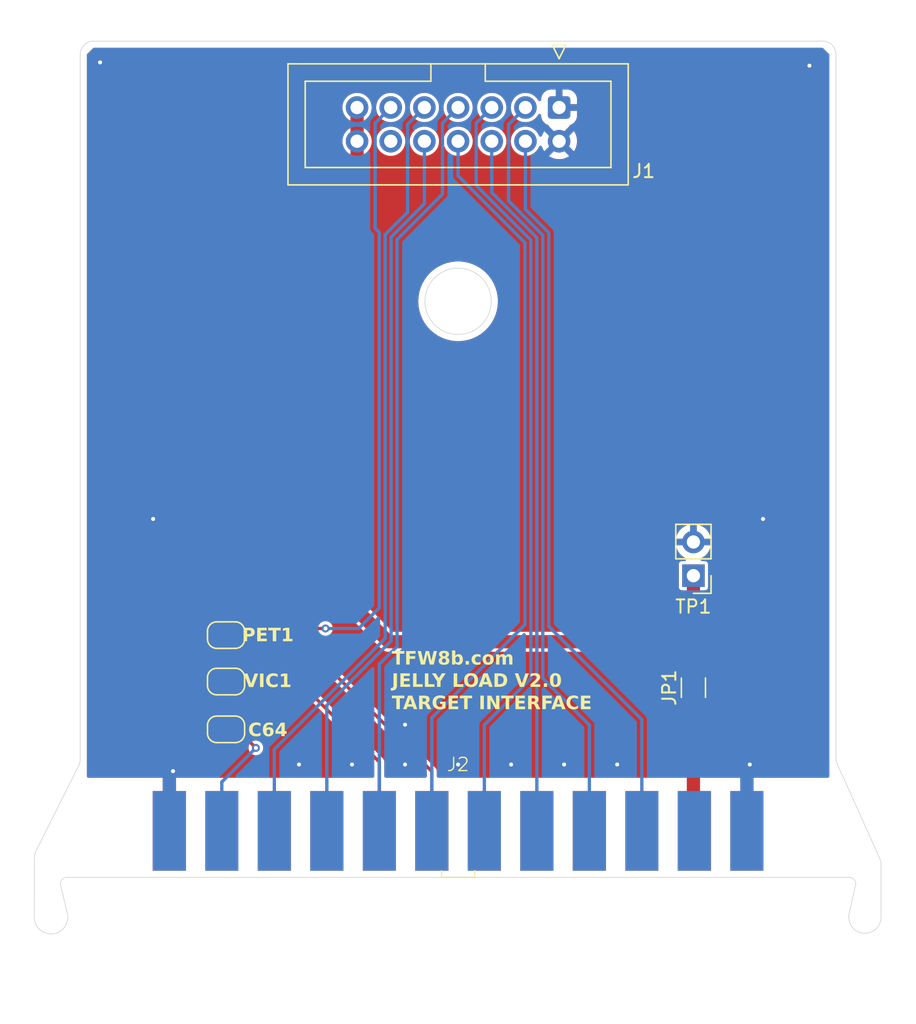
<source format=kicad_pcb>
(kicad_pcb (version 20240108) (generator "pcbnew") (generator_version "8.0")
  (layers (0 "F.Cu" signal) (31 "B.Cu" signal) (34 "B.Paste" user) (35 "F.Paste" user) (36 "B.SilkS" user "B.Silkscreen") (37 "F.SilkS" user "F.Silkscreen") (38 "B.Mask" user) (39 "F.Mask" user) (44 "Edge.Cuts" user))
  (net 0 "")
  (net 1 "/CK")
  (net 2 "/C64")
  (net 3 "/D6")
  (net 4 "/D4")
  (net 5 "/D1")
  (net 6 "/D2")
  (net 7 "/D5")
  (net 9 "/D3")
  (net 10 "/D7")
  (net 11 "VCC")
  (net 12 "GND")
  (net 13 "/D0")
  (net 14 "/PET")
  (net 16 "/VIC")
  (footprint "Jumper:SolderJumper-2_P1.3mm_Open_RoundedPad1.0x1.5mm" (layer "F.Cu") (at 133.3 103.75)
    (property "Reference" "PET1" (at 3.15 0.05 0) (layer "F.SilkS") (effects (font (thickness 0.2) (bold yes))))
    (property "Value" "BLOB")
    (fp_line (start -1.4 0.3) (end -1.4 -0.3) (stroke (width 0.12)) (layer "F.SilkS"))
    (fp_line (start -0.7 -1) (end 0.7 -1) (stroke (width 0.12)) (layer "F.SilkS"))
    (fp_line (start 0.7 1) (end -0.7 1) (stroke (width 0.12)) (layer "F.SilkS"))
    (fp_line (start 1.4 -0.3) (end 1.4 0.3) (stroke (width 0.12)) (layer "F.SilkS"))
    (fp_arc (start -1.4 -0.3) (mid -1.194975 -0.794975) (end -0.7 -1) (stroke (width 0.12)) (layer "F.SilkS"))
    (fp_arc (start -0.7 1) (mid -1.194975 0.794975) (end -1.4 0.3) (stroke (width 0.12)) (layer "F.SilkS"))
    (fp_arc (start 0.7 -1) (mid 1.194975 -0.794975) (end 1.4 -0.3) (stroke (width 0.12)) (layer "F.SilkS"))
    (fp_arc (start 1.4 0.3) (mid 1.194975 0.794975) (end 0.7 1) (stroke (width 0.12)) (layer "F.SilkS"))
    (pad "1" smd custom (at -0.65 0) (size 1 0.5) (layers "F.Cu" "F.Mask") (net 1 "/CK") (options (clearance outline) (anchor rect)) (primitives (gr_circle (center 0 0.25) (end 0.5 0.25) (width 0) (fill yes)) (gr_circle (center 0 -0.25) (end 0.5 -0.25) (width 0) (fill yes)) (gr_poly (pts (xy 0.5 0.75) (xy 0 0.75) (xy 0 -0.75) (xy 0.5 -0.75)) (width 0) (fill yes))))
    (pad "2" smd custom (at 0.65 0) (size 1 0.5) (layers "F.Cu" "F.Mask") (net 14 "/PET") (options (clearance outline) (anchor rect)) (primitives (gr_circle (center 0 0.25) (end 0.5 0.25) (width 0) (fill yes)) (gr_circle (center 0 -0.25) (end 0.5 -0.25) (width 0) (fill yes)) (gr_poly (pts (xy 0 0.75) (xy -0.5 0.75) (xy -0.5 -0.75) (xy 0 -0.75)) (width 0) (fill yes))))
  )
  (footprint "Jumper:SolderJumper-2_P1.3mm_Open_RoundedPad1.0x1.5mm" (layer "F.Cu") (at 133.3 110.85)
    (property "Reference" "C64" (at 3.15 0.1 0) (layer "F.SilkS") (effects (font (thickness 0.2) (bold yes))))
    (property "Value" "BLOB")
    (fp_line (start -1.4 0.3) (end -1.4 -0.3) (stroke (width 0.12)) (layer "F.SilkS"))
    (fp_line (start -0.7 -1) (end 0.7 -1) (stroke (width 0.12)) (layer "F.SilkS"))
    (fp_line (start 0.7 1) (end -0.7 1) (stroke (width 0.12)) (layer "F.SilkS"))
    (fp_line (start 1.4 -0.3) (end 1.4 0.3) (stroke (width 0.12)) (layer "F.SilkS"))
    (fp_arc (start -1.4 -0.3) (mid -1.194975 -0.794975) (end -0.7 -1) (stroke (width 0.12)) (layer "F.SilkS"))
    (fp_arc (start -0.7 1) (mid -1.194975 0.794975) (end -1.4 0.3) (stroke (width 0.12)) (layer "F.SilkS"))
    (fp_arc (start 0.7 -1) (mid 1.194975 -0.794975) (end 1.4 -0.3) (stroke (width 0.12)) (layer "F.SilkS"))
    (fp_arc (start 1.4 0.3) (mid 1.194975 0.794975) (end 0.7 1) (stroke (width 0.12)) (layer "F.SilkS"))
    (pad "1" smd custom (at -0.65 0) (size 1 0.5) (layers "F.Cu" "F.Mask") (net 1 "/CK") (options (clearance outline) (anchor rect)) (primitives (gr_circle (center 0 0.25) (end 0.5 0.25) (width 0) (fill yes)) (gr_circle (center 0 -0.25) (end 0.5 -0.25) (width 0) (fill yes)) (gr_poly (pts (xy 0.5 0.75) (xy 0 0.75) (xy 0 -0.75) (xy 0.5 -0.75)) (width 0) (fill yes))))
    (pad "2" smd custom (at 0.65 0) (size 1 0.5) (layers "F.Cu" "F.Mask") (net 2 "/C64") (options (clearance outline) (anchor rect)) (primitives (gr_circle (center 0 0.25) (end 0.5 0.25) (width 0) (fill yes)) (gr_circle (center 0 -0.25) (end 0.5 -0.25) (width 0) (fill yes)) (gr_poly (pts (xy 0 0.75) (xy -0.5 0.75) (xy -0.5 -0.75) (xy 0 -0.75)) (width 0) (fill yes))))
  )
  (footprint "Jumper:SolderJumper-2_P1.3mm_Open_RoundedPad1.0x1.5mm" (layer "F.Cu") (at 133.3 107.25)
    (property "Reference" "VIC1" (at 3.15 0 0) (layer "F.SilkS") (effects (font (thickness 0.2) (bold yes))))
    (property "Value" "BLOB")
    (fp_line (start -1.4 0.3) (end -1.4 -0.3) (stroke (width 0.12)) (layer "F.SilkS"))
    (fp_line (start -0.7 -1) (end 0.7 -1) (stroke (width 0.12)) (layer "F.SilkS"))
    (fp_line (start 0.7 1) (end -0.7 1) (stroke (width 0.12)) (layer "F.SilkS"))
    (fp_line (start 1.4 -0.3) (end 1.4 0.3) (stroke (width 0.12)) (layer "F.SilkS"))
    (fp_arc (start -1.4 -0.3) (mid -1.194975 -0.794975) (end -0.7 -1) (stroke (width 0.12)) (layer "F.SilkS"))
    (fp_arc (start -0.7 1) (mid -1.194975 0.794975) (end -1.4 0.3) (stroke (width 0.12)) (layer "F.SilkS"))
    (fp_arc (start 0.7 -1) (mid 1.194975 -0.794975) (end 1.4 -0.3) (stroke (width 0.12)) (layer "F.SilkS"))
    (fp_arc (start 1.4 0.3) (mid 1.194975 0.794975) (end 0.7 1) (stroke (width 0.12)) (layer "F.SilkS"))
    (pad "1" smd custom (at -0.65 0) (size 1 0.5) (layers "F.Cu" "F.Mask") (net 1 "/CK") (options (clearance outline) (anchor rect)) (primitives (gr_circle (center 0 0.25) (end 0.5 0.25) (width 0) (fill yes)) (gr_circle (center 0 -0.25) (end 0.5 -0.25) (width 0) (fill yes)) (gr_poly (pts (xy 0.5 0.75) (xy 0 0.75) (xy 0 -0.75) (xy 0.5 -0.75)) (width 0) (fill yes))))
    (pad "2" smd custom (at 0.65 0) (size 1 0.5) (layers "F.Cu" "F.Mask") (net 16 "/VIC") (options (clearance outline) (anchor rect)) (primitives (gr_circle (center 0 0.25) (end 0.5 0.25) (width 0) (fill yes)) (gr_circle (center 0 -0.25) (end 0.5 -0.25) (width 0) (fill yes)) (gr_poly (pts (xy 0 0.75) (xy -0.5 0.75) (xy -0.5 -0.75) (xy 0 -0.75)) (width 0) (fill yes))))
  )
  (footprint "Connector_PinHeader_2.54mm:PinHeader_1x02_P2.54mm_Vertical" (layer "F.Cu") (at 168.55 99.275 180)
    (property "Reference" "TP1" (at 0 -2.33 0) (layer "F.SilkS"))
    (property "Value" "TestPoint_2Pole" (hide yes))
    (fp_line (start 1.33 1.27) (end 1.33 3.87) (stroke (width 0.12)) (layer "F.SilkS"))
    (fp_line (start -1.33 3.87) (end 1.33 3.87) (stroke (width 0.12)) (layer "F.SilkS"))
    (fp_line (start -1.33 1.27) (end 1.33 1.27) (stroke (width 0.12)) (layer "F.SilkS"))
    (fp_line (start -1.33 1.27) (end -1.33 3.87) (stroke (width 0.12)) (layer "F.SilkS"))
    (fp_line (start -1.33 0) (end -1.33 -1.33) (stroke (width 0.12)) (layer "F.SilkS"))
    (fp_line (start -1.33 -1.33) (end 0 -1.33) (stroke (width 0.12)) (layer "F.SilkS"))
    (pad "1" thru_hole rect (at 0 0 180) (size 1.7 1.7) (drill 1) (layers "*.Cu" "*.Mask") (net 11 "VCC"))
    (pad "2" thru_hole oval (at 0 2.54 180) (size 1.7 1.7) (drill 1) (layers "*.Cu" "*.Mask") (net 12 "GND"))
  )
  (footprint "Library:Commodore-UserPort-Connector" (layer "F.Cu") (at 150.8 118.5)
    (property "Reference" "J2" (at 0 -5 0) (layer "F.SilkS") (effects (font (thickness 0.1))))
    (property "Value" "Commodore User Port")
    (fp_line (start -1.25 3) (end -1.25 3.5) (stroke (width 0.1)) (layer "F.SilkS"))
    (fp_line (start -1.25 3.5) (end 1.25 3.5) (stroke (width 0.1)) (layer "F.SilkS"))
    (fp_line (start 1.25 3.5) (end 1.25 3) (stroke (width 0.1)) (layer "F.SilkS"))
    (pad "1" smd rect (at 21.78 0) (size 2.5 6) (layers "F.Cu" "F.Paste" "F.Mask") (net 12 "GND"))
    (pad "2" smd rect (at 17.82 0) (size 2.5 6) (layers "F.Cu" "F.Paste" "F.Mask") (net 11 "VCC"))
    (pad "3" smd rect (at 13.86 0) (size 2.5 6) (layers "F.Cu" "F.Paste" "F.Mask"))
    (pad "4" smd rect (at 9.9 0) (size 2.5 6) (layers "F.Cu" "F.Paste" "F.Mask"))
    (pad "5" smd rect (at 5.94 0) (size 2.5 6) (layers "F.Cu" "F.Paste" "F.Mask"))
    (pad "6" smd rect (at 1.98 0) (size 2.5 6) (layers "F.Cu" "F.Paste" "F.Mask"))
    (pad "7" smd rect (at -1.98 0) (size 2.5 6) (layers "F.Cu" "F.Paste" "F.Mask") (net 14 "/PET"))
    (pad "8" smd rect (at -5.94 0) (size 2.5 6) (layers "F.Cu" "F.Paste" "F.Mask") (net 16 "/VIC"))
    (pad "9" smd rect (at -9.9 0) (size 2.5 6) (layers "F.Cu" "F.Paste" "F.Mask"))
    (pad "10" smd rect (at -13.86 0) (size 2.5 6) (layers "F.Cu" "F.Paste" "F.Mask"))
    (pad "11" smd rect (at -17.82 0) (size 2.5 6) (layers "F.Cu" "F.Paste" "F.Mask"))
    (pad "12" smd rect (at -21.78 0) (size 2.5 6) (layers "F.Cu" "F.Paste" "F.Mask") (net 12 "GND"))
    (pad "A" smd rect (at 21.78 0) (size 2.5 6) (layers "B.Cu" "B.Paste" "B.Mask") (net 12 "GND"))
    (pad "B" smd rect (at 17.82 0) (size 2.5 6) (layers "B.Cu" "B.Paste" "B.Mask"))
    (pad "C" smd rect (at 13.86 0) (size 2.5 6) (layers "B.Cu" "B.Paste" "B.Mask") (net 13 "/D0"))
    (pad "D" smd rect (at 9.9 0) (size 2.5 6) (layers "B.Cu" "B.Paste" "B.Mask") (net 5 "/D1"))
    (pad "E" smd rect (at 5.94 0) (size 2.5 6) (layers "B.Cu" "B.Paste" "B.Mask") (net 6 "/D2"))
    (pad "F" smd rect (at 1.98 0) (size 2.5 6) (layers "B.Cu" "B.Paste" "B.Mask") (net 9 "/D3"))
    (pad "H" smd rect (at -1.98 0) (size 2.5 6) (layers "B.Cu" "B.Paste" "B.Mask") (net 4 "/D4"))
    (pad "J" smd rect (at -5.94 0) (size 2.5 6) (layers "B.Cu" "B.Paste" "B.Mask") (net 7 "/D5"))
    (pad "K" smd rect (at -9.9 0) (size 2.5 6) (layers "B.Cu" "B.Paste" "B.Mask") (net 3 "/D6"))
    (pad "L" smd rect (at -13.86 0) (size 2.5 6) (layers "B.Cu" "B.Paste" "B.Mask") (net 10 "/D7"))
    (pad "M" smd rect (at -17.82 0) (size 2.5 6) (layers "B.Cu" "B.Paste" "B.Mask") (net 2 "/C64"))
    (pad "N" smd rect (at -21.78 0) (size 2.5 6) (layers "B.Cu" "B.Paste" "B.Mask") (net 12 "GND"))
  )
  (footprint "Connector_IDC:IDC-Header_2x07_P2.54mm_Vertical" (layer "F.Cu") (at 158.42 64 -90)
    (property "Reference" "J1" (at 4.79 -6.38 0) (layer "F.SilkS"))
    (property "Value" "Conn_02x07_Odd_Even" (hide yes))
    (fp_line (start -3.29 20.45) (end -3.29 -5.21) (stroke (width 0.12)) (layer "F.SilkS"))
    (fp_line (start 5.83 20.45) (end -3.29 20.45) (stroke (width 0.12)) (layer "F.SilkS"))
    (fp_line (start -1.98 19.15) (end -1.98 9.67) (stroke (width 0.12)) (layer "F.SilkS"))
    (fp_line (start 4.52 19.15) (end -1.98 19.15) (stroke (width 0.12)) (layer "F.SilkS"))
    (fp_line (start -1.98 9.67) (end -3.29 9.67) (stroke (width 0.12)) (layer "F.SilkS"))
    (fp_line (start -1.98 9.67) (end -1.98 9.67) (stroke (width 0.12)) (layer "F.SilkS"))
    (fp_line (start -3.29 5.57) (end -1.98 5.57) (stroke (width 0.12)) (layer "F.SilkS"))
    (fp_line (start -1.98 5.57) (end -1.98 -3.91) (stroke (width 0.12)) (layer "F.SilkS"))
    (fp_line (start -4.68 0.5) (end -3.68 0) (stroke (width 0.12)) (layer "F.SilkS"))
    (fp_line (start -3.68 0) (end -4.68 -0.5) (stroke (width 0.12)) (layer "F.SilkS"))
    (fp_line (start -4.68 -0.5) (end -4.68 0.5) (stroke (width 0.12)) (layer "F.SilkS"))
    (fp_line (start -1.98 -3.91) (end 4.52 -3.91) (stroke (width 0.12)) (layer "F.SilkS"))
    (fp_line (start 4.52 -3.91) (end 4.52 19.15) (stroke (width 0.12)) (layer "F.SilkS"))
    (fp_line (start -3.29 -5.21) (end 5.83 -5.21) (stroke (width 0.12)) (layer "F.SilkS"))
    (fp_line (start 5.83 -5.21) (end 5.83 20.45) (stroke (width 0.12)) (layer "F.SilkS"))
    (pad "1" thru_hole roundrect (at 0 0 270) (size 1.7 1.7) (drill 1) (layers "*.Cu" "*.Mask") (roundrect_rratio 0.147059) (net 12 "GND"))
    (pad "2" thru_hole circle (at 2.54 0 270) (size 1.7 1.7) (drill 1) (layers "*.Cu" "*.Mask") (net 12 "GND"))
    (pad "3" thru_hole circle (at 0 2.54 270) (size 1.7 1.7) (drill 1) (layers "*.Cu" "*.Mask") (net 5 "/D1"))
    (pad "4" thru_hole circle (at 2.54 2.54 270) (size 1.7 1.7) (drill 1) (layers "*.Cu" "*.Mask") (net 13 "/D0"))
    (pad "5" thru_hole circle (at 0 5.08 270) (size 1.7 1.7) (drill 1) (layers "*.Cu" "*.Mask") (net 9 "/D3"))
    (pad "6" thru_hole circle (at 2.54 5.08 270) (size 1.7 1.7) (drill 1) (layers "*.Cu" "*.Mask") (net 6 "/D2"))
    (pad "7" thru_hole circle (at 0 7.62 270) (size 1.7 1.7) (drill 1) (layers "*.Cu" "*.Mask") (net 7 "/D5"))
    (pad "8" thru_hole circle (at 2.54 7.62 270) (size 1.7 1.7) (drill 1) (layers "*.Cu" "*.Mask") (net 4 "/D4"))
    (pad "9" thru_hole circle (at 0 10.16 270) (size 1.7 1.7) (drill 1) (layers "*.Cu" "*.Mask") (net 10 "/D7"))
    (pad "10" thru_hole circle (at 2.54 10.16 270) (size 1.7 1.7) (drill 1) (layers "*.Cu" "*.Mask") (net 3 "/D6"))
    (pad "11" thru_hole circle (at 0 12.7 270) (size 1.7 1.7) (drill 1) (layers "*.Cu" "*.Mask") (net 1 "/CK"))
    (pad "12" thru_hole circle (at 2.54 12.7 270) (size 1.7 1.7) (drill 1) (layers "*.Cu" "*.Mask"))
    (pad "13" thru_hole circle (at 0 15.24 270) (size 1.7 1.7) (drill 1) (layers "*.Cu" "*.Mask") (net 11 "VCC"))
    (pad "14" thru_hole circle (at 2.54 15.24 270) (size 1.7 1.7) (drill 1) (layers "*.Cu" "*.Mask") (net 11 "VCC"))
  )
  (footprint "Resistor_SMD:R_1206_3216Metric" (layer "F.Cu") (at 168.55 107.7125 90)
    (property "Reference" "JP1" (at 0 -1.82 90) (layer "F.SilkS"))
    (property "Value" "PWR JUMPER" (hide yes))
    (fp_line (start -0.727064 -0.91) (end 0.727064 -0.91) (stroke (width 0.12)) (layer "F.SilkS"))
    (fp_line (start -0.727064 0.91) (end 0.727064 0.91) (stroke (width 0.12)) (layer "F.SilkS"))
    (pad "1" smd roundrect (at -1.4625 0 90) (size 1.125 1.75) (layers "F.Cu" "F.Paste" "F.Mask") (roundrect_rratio 0.222222) (net 11 "VCC"))
    (pad "2" smd roundrect (at 1.4625 0 90) (size 1.125 1.75) (layers "F.Cu" "F.Paste" "F.Mask") (roundrect_rratio 0.222222) (net 11 "VCC"))
  )
  (gr_line (start 182.612074 120.6) (end 179.364338 113.38476) (stroke (width 0.05)) (layer "Edge.Cuts"))
  (gr_arc (start 118.85 120.5) (mid 118.868556 120.296642) (end 118.92361 120.1) (stroke (width 0.05)) (layer "Edge.Cuts"))
  (gr_arc (start 179.364338 113.38476) (mid 179.316206 113.199999) (end 179.3 113.00976) (stroke (width 0.05)) (layer "Edge.Cuts"))
  (gr_arc (start 122.3 113.10976) (mid 122.283805 113.300001) (end 122.235662 113.48476) (stroke (width 0.05)) (layer "Edge.Cuts"))
  (gr_arc (start 180.3 122) (mid 180.653553 122.146447) (end 180.8 122.5) (stroke (width 0.05)) (layer "Edge.Cuts"))
  (gr_line (start 179.3 113.00976) (end 179.3 60) (stroke (width 0.05)) (layer "Edge.Cuts"))
  (gr_arc (start 182.7 125) (mid 181.38053 126.213331) (end 180.281894 124.796938) (stroke (width 0.05)) (layer "Edge.Cuts"))
  (gr_arc (start 182.612074 120.6) (mid 182.677852 120.846164) (end 182.7 121.1) (stroke (width 0.05)) (layer "Edge.Cuts"))
  (gr_arc (start 121.3 124.6) (mid 120.302616 126.248578) (end 118.835089 125) (stroke (width 0.05)) (layer "Edge.Cuts"))
  (gr_arc (start 122.3 60) (mid 122.592893 59.292893) (end 123.3 59) (stroke (width 0.05)) (layer "Edge.Cuts"))
  (gr_line (start 120.8 122.5) (end 121.3 124.6) (stroke (width 0.05)) (layer "Edge.Cuts"))
  (gr_line (start 178.3 59) (end 123.3 59) (stroke (width 0.05)) (layer "Edge.Cuts"))
  (gr_line (start 121.3 122) (end 180.3 122) (stroke (width 0.05)) (layer "Edge.Cuts"))
  (gr_line (start 180.8 122.5) (end 180.281894 124.796938) (stroke (width 0.05)) (layer "Edge.Cuts"))
  (gr_arc (start 178.3 59) (mid 179.007107 59.292893) (end 179.3 60) (stroke (width 0.05)) (layer "Edge.Cuts"))
  (gr_line (start 118.835089 125) (end 118.85 120.5) (stroke (width 0.05)) (layer "Edge.Cuts"))
  (gr_line (start 122.3 60) (end 122.3 113.10976) (stroke (width 0.05)) (layer "Edge.Cuts"))
  (gr_circle (center 150.8 78.6) (end 150.8 76.1) (stroke (width 0.05)) (fill none) (layer "Edge.Cuts"))
  (gr_line (start 118.92361 120.1) (end 122.235662 113.48476) (stroke (width 0.05)) (layer "Edge.Cuts"))
  (gr_line (start 182.7 125) (end 182.7 121.1) (stroke (width 0.05)) (layer "Edge.Cuts"))
  (gr_arc (start 120.8 122.5) (mid 120.946447 122.146447) (end 121.3 122) (stroke (width 0.05)) (layer "Edge.Cuts"))
  (gr_text "TFW8b.com\nJELLY LOAD V2.0\nTARGET INTERFACE" (at 145.8 109.5 0) (layer "F.SilkS") (effects (font (size 1 1)) (justify left bottom)))
  (segment (start 140.8 103.25) (end 139.8 103.25) (width 0.25) (layer "F.Cu") (net 1))
  (segment (start 132.65 107.25) (end 132.65 110.85) (width 0.25) (layer "F.Cu") (net 1))
  (segment (start 133.05 101.75) (end 132.65 102.15) (width 0.25) (layer "F.Cu") (net 1))
  (segment (start 138.3 101.75) (end 133.05 101.75) (width 0.25) (layer "F.Cu") (net 1))
  (segment (start 139.8 103.25) (end 138.3 101.75) (width 0.25) (layer "F.Cu") (net 1))
  (segment (start 132.65 103.75) (end 132.65 107.25) (width 0.25) (layer "F.Cu") (net 1))
  (segment (start 132.65 102.15) (end 132.65 103.75) (width 0.25) (layer "F.Cu") (net 1))
  (via (at 140.8 103.25) (size 0.6) (drill 0.3) (layers "F.Cu" "B.Cu") (net 1))
  (segment (start 144.545 65.175) (end 145.72 64) (width 0.25) (layer "B.Cu") (net 1))
  (segment (start 144.545 73.095) (end 144.545 65.175) (width 0.25) (layer "B.Cu") (net 1))
  (segment (start 140.8 103.25) (end 143.3 103.25) (width 0.25) (layer "B.Cu") (net 1))
  (segment (start 144.85 101.7) (end 144.85 73.4) (width 0.25) (layer "B.Cu") (net 1))
  (segment (start 144.85 73.4) (end 144.545 73.095) (width 0.25) (layer "B.Cu") (net 1))
  (segment (start 143.3 103.25) (end 144.85 101.7) (width 0.25) (layer "B.Cu") (net 1))
  (segment (start 134.15 110.85) (end 135.55 112.25) (width 0.25) (layer "F.Cu") (net 2))
  (segment (start 134.1 110.85) (end 134.15 110.85) (width 0.25) (layer "F.Cu") (net 2))
  (via (at 135.55 112.25) (size 0.6) (drill 0.3) (layers "F.Cu" "B.Cu") (net 2))
  (segment (start 135.55 112.25) (end 132.98 114.82) (width 0.25) (layer "B.Cu") (net 2))
  (segment (start 132.98 114.82) (end 132.98 118.5) (width 0.25) (layer "B.Cu") (net 2))
  (segment (start 140.9 109.036396) (end 145.75 104.186396) (width 0.25) (layer "B.Cu") (net 3))
  (segment (start 140.9 118.5) (end 140.9 109.036396) (width 0.25) (layer "B.Cu") (net 3))
  (segment (start 145.75 104.186396) (end 145.75 73.763604) (width 0.25) (layer "B.Cu") (net 3))
  (segment (start 148.26 71.253604) (end 148.26 66.54) (width 0.25) (layer "B.Cu") (net 3))
  (segment (start 145.75 73.763604) (end 148.26 71.253604) (width 0.25) (layer "B.Cu") (net 3))
  (segment (start 155.84 102.96) (end 155.84 74.18) (width 0.25) (layer "B.Cu") (net 4))
  (segment (start 148.82 109.98) (end 155.84 102.96) (width 0.25) (layer "B.Cu") (net 4))
  (segment (start 150.8 69.14) (end 150.8 66.54) (width 0.25) (layer "B.Cu") (net 4))
  (segment (start 155.84 74.18) (end 150.8 69.14) (width 0.25) (layer "B.Cu") (net 4))
  (segment (start 148.82 118.5) (end 148.82 109.98) (width 0.25) (layer "B.Cu") (net 4))
  (segment (start 154.61 65.27) (end 155.88 64) (width 0.25) (layer "B.Cu") (net 5))
  (segment (start 157.19 107.015) (end 157.19 73.620812) (width 0.25) (layer "B.Cu") (net 5))
  (segment (start 160.7 118.5) (end 160.7 110.525) (width 0.25) (layer "B.Cu") (net 5))
  (segment (start 157.19 73.620812) (end 154.61 71.040812) (width 0.25) (layer "B.Cu") (net 5))
  (segment (start 154.61 71.040812) (end 154.61 65.27) (width 0.25) (layer "B.Cu") (net 5))
  (segment (start 160.7 110.525) (end 157.19 107.015) (width 0.25) (layer "B.Cu") (net 5))
  (segment (start 153.34 70.407208) (end 153.34 66.54) (width 0.25) (layer "B.Cu") (net 6))
  (segment (start 156.74 118.5) (end 156.74 73.807208) (width 0.25) (layer "B.Cu") (net 6))
  (segment (start 156.74 73.807208) (end 153.34 70.407208) (width 0.25) (layer "B.Cu") (net 6))
  (segment (start 144.86 118.5) (end 144.86 105.94) (width 0.25) (layer "B.Cu") (net 7))
  (segment (start 146.2 73.95) (end 149.625 70.525) (width 0.25) (layer "B.Cu") (net 7))
  (segment (start 146.2 104.6) (end 146.2 73.95) (width 0.25) (layer "B.Cu") (net 7))
  (segment (start 149.625 65.175) (end 150.8 64) (width 0.25) (layer "B.Cu") (net 7))
  (segment (start 144.86 105.94) (end 146.2 104.6) (width 0.25) (layer "B.Cu") (net 7))
  (segment (start 149.625 70.525) (end 149.625 65.175) (width 0.25) (layer "B.Cu") (net 7))
  (segment (start 156.29 107.01) (end 156.29 73.993604) (width 0.25) (layer "B.Cu") (net 9))
  (segment (start 152.165 69.868604) (end 152.165 65.175) (width 0.25) (layer "B.Cu") (net 9))
  (segment (start 152.78 118.5) (end 152.78 110.52) (width 0.25) (layer "B.Cu") (net 9))
  (segment (start 152.78 110.52) (end 156.29 107.01) (width 0.25) (layer "B.Cu") (net 9))
  (segment (start 156.29 73.993604) (end 152.165 69.868604) (width 0.25) (layer "B.Cu") (net 9))
  (segment (start 152.165 65.175) (end 153.34 64) (width 0.25) (layer "B.Cu") (net 9))
  (segment (start 146.99 65.27) (end 148.26 64) (width 0.25) (layer "B.Cu") (net 10))
  (segment (start 136.94 118.5) (end 136.94 112.36) (width 0.25) (layer "B.Cu") (net 10))
  (segment (start 145.3 73.577208) (end 146.99 71.887208) (width 0.25) (layer "B.Cu") (net 10))
  (segment (start 145.3 104) (end 145.3 73.577208) (width 0.25) (layer "B.Cu") (net 10))
  (segment (start 146.99 71.887208) (end 146.99 65.27) (width 0.25) (layer "B.Cu") (net 10))
  (segment (start 136.94 112.36) (end 145.3 104) (width 0.25) (layer "B.Cu") (net 10))
  (segment (start 145.55 104.25) (end 168.62 104.25) (width 1) (layer "F.Cu") (net 11))
  (segment (start 168.55 109.175) (end 168.55 118.43) (width 1) (layer "F.Cu") (net 11))
  (segment (start 168.55 104.18) (end 168.55 99.275) (width 1) (layer "F.Cu") (net 11))
  (segment (start 168.62 104.25) (end 168.62 106.07) (width 1) (layer "F.Cu") (net 11))
  (segment (start 168.55 118.43) (end 168.62 118.5) (width 1) (layer "F.Cu") (net 11))
  (segment (start 143.18 101.88) (end 145.55 104.25) (width 1) (layer "F.Cu") (net 11))
  (segment (start 168.55 106) (end 168.55 109.175) (width 0.25) (layer "F.Cu") (net 11))
  (segment (start 143.18 64) (end 143.18 101.88) (width 1) (layer "F.Cu") (net 11))
  (segment (start 168.62 104.25) (end 168.55 104.18) (width 1) (layer "F.Cu") (net 11))
  (segment (start 172.58 113.72) (end 172.8 113.5) (width 1) (layer "F.Cu") (net 12))
  (segment (start 129.02 118.5) (end 129.02 114.28) (width 1) (layer "F.Cu") (net 12))
  (segment (start 129.02 114.28) (end 129.3 114) (width 1) (layer "F.Cu") (net 12))
  (segment (start 172.58 118.5) (end 172.58 113.72) (width 1) (layer "F.Cu") (net 12))
  (via (at 146.8 113.5) (size 0.6) (drill 0.3) (layers "F.Cu" "B.Cu") (net 12))
  (via (at 150.8 113.5) (size 0.6) (drill 0.3) (layers "F.Cu" "B.Cu") (net 12))
  (via (at 162.8 113.5) (size 0.6) (drill 0.3) (layers "F.Cu" "B.Cu") (net 12))
  (via (at 177.3 60.85) (size 0.6) (drill 0.3) (layers "F.Cu" "B.Cu") (net 12))
  (via (at 129.3 114) (size 0.6) (drill 0.3) (layers "F.Cu" "B.Cu") (net 12))
  (via (at 173.8 95) (size 0.6) (drill 0.3) (layers "F.Cu" "B.Cu") (net 12))
  (via (at 158.8 113.5) (size 0.6) (drill 0.3) (layers "F.Cu" "B.Cu") (net 12))
  (via (at 146.8 110.5) (size 0.6) (drill 0.3) (layers "F.Cu" "B.Cu") (net 12))
  (via (at 127.8 95) (size 0.6) (drill 0.3) (layers "F.Cu" "B.Cu") (net 12))
  (via (at 142.8 113.5) (size 0.6) (drill 0.3) (layers "F.Cu" "B.Cu") (net 12))
  (via (at 123.8 60.6) (size 0.6) (drill 0.3) (layers "F.Cu" "B.Cu") (net 12))
  (via (at 172.8 113.5) (size 0.6) (drill 0.3) (layers "F.Cu" "B.Cu") (net 12))
  (via (at 154.8 113.5) (size 0.6) (drill 0.3) (layers "F.Cu" "B.Cu") (net 12))
  (via (at 138.8 113.5) (size 0.6) (drill 0.3) (layers "F.Cu" "B.Cu") (net 12))
  (segment (start 172.58 113.72) (end 172.8 113.5) (width 1) (layer "B.Cu") (net 12))
  (segment (start 129.02 114.28) (end 129.3 114) (width 1) (layer "B.Cu") (net 12))
  (segment (start 172.58 118.5) (end 172.58 113.72) (width 1) (layer "B.Cu") (net 12))
  (segment (start 129.02 118.5) (end 129.02 114.28) (width 1) (layer "B.Cu") (net 12))
  (segment (start 155.88 71.674416) (end 155.88 66.54) (width 0.25) (layer "B.Cu") (net 13))
  (segment (start 157.64 73.434416) (end 155.88 71.674416) (width 0.25) (layer "B.Cu") (net 13))
  (segment (start 164.66 118.5) (end 164.66 110.11) (width 0.25) (layer "B.Cu") (net 13))
  (segment (start 157.64 103.09) (end 157.64 73.434416) (width 0.25) (layer "B.Cu") (net 13))
  (segment (start 164.66 110.11) (end 157.64 103.09) (width 0.25) (layer "B.Cu") (net 13))
  (segment (start 133.95 103.75) (end 138.55 103.75) (width 0.25) (layer "F.Cu") (net 14))
  (segment (start 148.82 114.02) (end 148.82 118.5) (width 0.25) (layer "F.Cu") (net 14))
  (segment (start 138.55 103.75) (end 148.82 114.02) (width 0.25) (layer "F.Cu") (net 14))
  (segment (start 144.86 113.31) (end 138.8 107.25) (width 0.25) (layer "F.Cu") (net 16))
  (segment (start 138.8 107.25) (end 133.95 107.25) (width 0.25) (layer "F.Cu") (net 16))
  (segment (start 144.86 118.5) (end 144.86 113.31) (width 0.25) (layer "F.Cu") (net 16))
  (zone (net 12) (net_name "GND") (layers "F&B.Cu") (connect_pads (clearance 0.25)) (min_thickness 0.25) (fill yes (thermal_gap 0.5) (thermal_bridge_width 0.5))
    (polygon (pts (xy 123.3 59.5) (xy 122.8 60) (xy 122.8 114.5) (xy 178.8 114.5) (xy 178.8 60) (xy 178.3 59.5)))
  )
  (zone (net 0) (net_name "") (layers "F.Cu" "Eco1.User") (connect_pads (clearance 0)) (min_thickness 0.25)
    (keepout (tracks allowed) (vias allowed) (pads allowed) (copperpour not_allowed) (footprints allowed))
    (fill (thermal_gap 0.5) (thermal_bridge_width 0.5))
    (polygon (pts (xy 167.05 106.25) (xy 167.05 109.25) (xy 170.05 109.25) (xy 170.05 106.25)))
  )
)
</source>
